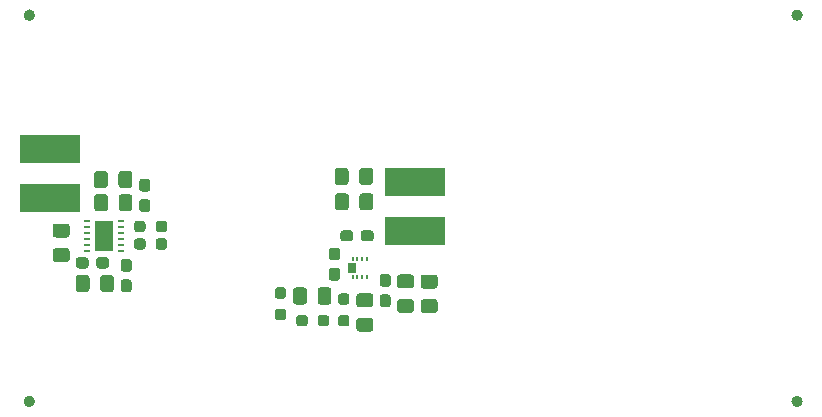
<source format=gtp>
G04 #@! TF.GenerationSoftware,KiCad,Pcbnew,(5.1.6-0-10_14)*
G04 #@! TF.CreationDate,2021-08-31T13:45:45+09:00*
G04 #@! TF.ProjectId,qPCR-panel_v_20210831,71504352-2d70-4616-9e65-6c5f765f3230,rev?*
G04 #@! TF.SameCoordinates,Original*
G04 #@! TF.FileFunction,Paste,Top*
G04 #@! TF.FilePolarity,Positive*
%FSLAX46Y46*%
G04 Gerber Fmt 4.6, Leading zero omitted, Abs format (unit mm)*
G04 Created by KiCad (PCBNEW (5.1.6-0-10_14)) date 2021-08-31 13:45:45*
%MOMM*%
%LPD*%
G01*
G04 APERTURE LIST*
%ADD10C,0.475000*%
%ADD11R,0.254000X0.457200*%
%ADD12R,0.711200X0.838200*%
%ADD13R,5.100000X2.350000*%
%ADD14R,1.500000X2.500000*%
%ADD15R,0.499999X0.249999*%
G04 APERTURE END LIST*
D10*
X110237500Y-57900000D02*
G75*
G03*
X110237500Y-57900000I-237500J0D01*
G01*
X175237500Y-57900000D02*
G75*
G03*
X175237500Y-57900000I-237500J0D01*
G01*
X110237500Y-90600000D02*
G75*
G03*
X110237500Y-90600000I-237500J0D01*
G01*
X175237500Y-90600000D02*
G75*
G03*
X175237500Y-90600000I-237500J0D01*
G01*
D11*
G04 #@! TO.C,U1*
X138569999Y-78535000D03*
X138170000Y-78535000D03*
X137770000Y-78535000D03*
X137370001Y-78535000D03*
X137370001Y-80085000D03*
X137770000Y-80085000D03*
X138170000Y-80085000D03*
X138569999Y-80085000D03*
D12*
X137322000Y-79310000D03*
G04 #@! TD*
G04 #@! TO.C,C8*
G36*
G01*
X135855000Y-72025000D02*
X135855000Y-71075000D01*
G75*
G02*
X136105000Y-70825000I250000J0D01*
G01*
X136780000Y-70825000D01*
G75*
G02*
X137030000Y-71075000I0J-250000D01*
G01*
X137030000Y-72025000D01*
G75*
G02*
X136780000Y-72275000I-250000J0D01*
G01*
X136105000Y-72275000D01*
G75*
G02*
X135855000Y-72025000I0J250000D01*
G01*
G37*
G36*
G01*
X137930000Y-72025000D02*
X137930000Y-71075000D01*
G75*
G02*
X138180000Y-70825000I250000J0D01*
G01*
X138855000Y-70825000D01*
G75*
G02*
X139105000Y-71075000I0J-250000D01*
G01*
X139105000Y-72025000D01*
G75*
G02*
X138855000Y-72275000I-250000J0D01*
G01*
X138180000Y-72275000D01*
G75*
G02*
X137930000Y-72025000I0J250000D01*
G01*
G37*
G04 #@! TD*
G04 #@! TO.C,C1*
G36*
G01*
X135592500Y-79295000D02*
X136067500Y-79295000D01*
G75*
G02*
X136305000Y-79532500I0J-237500D01*
G01*
X136305000Y-80132500D01*
G75*
G02*
X136067500Y-80370000I-237500J0D01*
G01*
X135592500Y-80370000D01*
G75*
G02*
X135355000Y-80132500I0J237500D01*
G01*
X135355000Y-79532500D01*
G75*
G02*
X135592500Y-79295000I237500J0D01*
G01*
G37*
G36*
G01*
X135592500Y-77570000D02*
X136067500Y-77570000D01*
G75*
G02*
X136305000Y-77807500I0J-237500D01*
G01*
X136305000Y-78407500D01*
G75*
G02*
X136067500Y-78645000I-237500J0D01*
G01*
X135592500Y-78645000D01*
G75*
G02*
X135355000Y-78407500I0J237500D01*
G01*
X135355000Y-77807500D01*
G75*
G02*
X135592500Y-77570000I237500J0D01*
G01*
G37*
G04 #@! TD*
G04 #@! TO.C,C2*
G36*
G01*
X138875000Y-82620000D02*
X137925000Y-82620000D01*
G75*
G02*
X137675000Y-82370000I0J250000D01*
G01*
X137675000Y-81695000D01*
G75*
G02*
X137925000Y-81445000I250000J0D01*
G01*
X138875000Y-81445000D01*
G75*
G02*
X139125000Y-81695000I0J-250000D01*
G01*
X139125000Y-82370000D01*
G75*
G02*
X138875000Y-82620000I-250000J0D01*
G01*
G37*
G36*
G01*
X138875000Y-84695000D02*
X137925000Y-84695000D01*
G75*
G02*
X137675000Y-84445000I0J250000D01*
G01*
X137675000Y-83770000D01*
G75*
G02*
X137925000Y-83520000I250000J0D01*
G01*
X138875000Y-83520000D01*
G75*
G02*
X139125000Y-83770000I0J-250000D01*
G01*
X139125000Y-84445000D01*
G75*
G02*
X138875000Y-84695000I-250000J0D01*
G01*
G37*
G04 #@! TD*
G04 #@! TO.C,C3*
G36*
G01*
X140367500Y-82620000D02*
X139892500Y-82620000D01*
G75*
G02*
X139655000Y-82382500I0J237500D01*
G01*
X139655000Y-81782500D01*
G75*
G02*
X139892500Y-81545000I237500J0D01*
G01*
X140367500Y-81545000D01*
G75*
G02*
X140605000Y-81782500I0J-237500D01*
G01*
X140605000Y-82382500D01*
G75*
G02*
X140367500Y-82620000I-237500J0D01*
G01*
G37*
G36*
G01*
X140367500Y-80895000D02*
X139892500Y-80895000D01*
G75*
G02*
X139655000Y-80657500I0J237500D01*
G01*
X139655000Y-80057500D01*
G75*
G02*
X139892500Y-79820000I237500J0D01*
G01*
X140367500Y-79820000D01*
G75*
G02*
X140605000Y-80057500I0J-237500D01*
G01*
X140605000Y-80657500D01*
G75*
G02*
X140367500Y-80895000I-237500J0D01*
G01*
G37*
G04 #@! TD*
G04 #@! TO.C,C4*
G36*
G01*
X136340000Y-76817500D02*
X136340000Y-76342500D01*
G75*
G02*
X136577500Y-76105000I237500J0D01*
G01*
X137177500Y-76105000D01*
G75*
G02*
X137415000Y-76342500I0J-237500D01*
G01*
X137415000Y-76817500D01*
G75*
G02*
X137177500Y-77055000I-237500J0D01*
G01*
X136577500Y-77055000D01*
G75*
G02*
X136340000Y-76817500I0J237500D01*
G01*
G37*
G36*
G01*
X138065000Y-76817500D02*
X138065000Y-76342500D01*
G75*
G02*
X138302500Y-76105000I237500J0D01*
G01*
X138902500Y-76105000D01*
G75*
G02*
X139140000Y-76342500I0J-237500D01*
G01*
X139140000Y-76817500D01*
G75*
G02*
X138902500Y-77055000I-237500J0D01*
G01*
X138302500Y-77055000D01*
G75*
G02*
X138065000Y-76817500I0J237500D01*
G01*
G37*
G04 #@! TD*
G04 #@! TO.C,C5*
G36*
G01*
X142325000Y-83095000D02*
X141375000Y-83095000D01*
G75*
G02*
X141125000Y-82845000I0J250000D01*
G01*
X141125000Y-82170000D01*
G75*
G02*
X141375000Y-81920000I250000J0D01*
G01*
X142325000Y-81920000D01*
G75*
G02*
X142575000Y-82170000I0J-250000D01*
G01*
X142575000Y-82845000D01*
G75*
G02*
X142325000Y-83095000I-250000J0D01*
G01*
G37*
G36*
G01*
X142325000Y-81020000D02*
X141375000Y-81020000D01*
G75*
G02*
X141125000Y-80770000I0J250000D01*
G01*
X141125000Y-80095000D01*
G75*
G02*
X141375000Y-79845000I250000J0D01*
G01*
X142325000Y-79845000D01*
G75*
G02*
X142575000Y-80095000I0J-250000D01*
G01*
X142575000Y-80770000D01*
G75*
G02*
X142325000Y-81020000I-250000J0D01*
G01*
G37*
G04 #@! TD*
G04 #@! TO.C,C6*
G36*
G01*
X144325000Y-81040000D02*
X143375000Y-81040000D01*
G75*
G02*
X143125000Y-80790000I0J250000D01*
G01*
X143125000Y-80115000D01*
G75*
G02*
X143375000Y-79865000I250000J0D01*
G01*
X144325000Y-79865000D01*
G75*
G02*
X144575000Y-80115000I0J-250000D01*
G01*
X144575000Y-80790000D01*
G75*
G02*
X144325000Y-81040000I-250000J0D01*
G01*
G37*
G36*
G01*
X144325000Y-83115000D02*
X143375000Y-83115000D01*
G75*
G02*
X143125000Y-82865000I0J250000D01*
G01*
X143125000Y-82190000D01*
G75*
G02*
X143375000Y-81940000I250000J0D01*
G01*
X144325000Y-81940000D01*
G75*
G02*
X144575000Y-82190000I0J-250000D01*
G01*
X144575000Y-82865000D01*
G75*
G02*
X144325000Y-83115000I-250000J0D01*
G01*
G37*
G04 #@! TD*
G04 #@! TO.C,C7*
G36*
G01*
X135575000Y-81195000D02*
X135575000Y-82145000D01*
G75*
G02*
X135325000Y-82395000I-250000J0D01*
G01*
X134650000Y-82395000D01*
G75*
G02*
X134400000Y-82145000I0J250000D01*
G01*
X134400000Y-81195000D01*
G75*
G02*
X134650000Y-80945000I250000J0D01*
G01*
X135325000Y-80945000D01*
G75*
G02*
X135575000Y-81195000I0J-250000D01*
G01*
G37*
G36*
G01*
X133500000Y-81195000D02*
X133500000Y-82145000D01*
G75*
G02*
X133250000Y-82395000I-250000J0D01*
G01*
X132575000Y-82395000D01*
G75*
G02*
X132325000Y-82145000I0J250000D01*
G01*
X132325000Y-81195000D01*
G75*
G02*
X132575000Y-80945000I250000J0D01*
G01*
X133250000Y-80945000D01*
G75*
G02*
X133500000Y-81195000I0J-250000D01*
G01*
G37*
G04 #@! TD*
G04 #@! TO.C,C9*
G36*
G01*
X137950000Y-74175000D02*
X137950000Y-73225000D01*
G75*
G02*
X138200000Y-72975000I250000J0D01*
G01*
X138875000Y-72975000D01*
G75*
G02*
X139125000Y-73225000I0J-250000D01*
G01*
X139125000Y-74175000D01*
G75*
G02*
X138875000Y-74425000I-250000J0D01*
G01*
X138200000Y-74425000D01*
G75*
G02*
X137950000Y-74175000I0J250000D01*
G01*
G37*
G36*
G01*
X135875000Y-74175000D02*
X135875000Y-73225000D01*
G75*
G02*
X136125000Y-72975000I250000J0D01*
G01*
X136800000Y-72975000D01*
G75*
G02*
X137050000Y-73225000I0J-250000D01*
G01*
X137050000Y-74175000D01*
G75*
G02*
X136800000Y-74425000I-250000J0D01*
G01*
X136125000Y-74425000D01*
G75*
G02*
X135875000Y-74175000I0J250000D01*
G01*
G37*
G04 #@! TD*
D13*
G04 #@! TO.C,L1*
X142640000Y-76155000D03*
X142640000Y-72005000D03*
G04 #@! TD*
G04 #@! TO.C,R1*
G36*
G01*
X131022500Y-80940000D02*
X131497500Y-80940000D01*
G75*
G02*
X131735000Y-81177500I0J-237500D01*
G01*
X131735000Y-81677500D01*
G75*
G02*
X131497500Y-81915000I-237500J0D01*
G01*
X131022500Y-81915000D01*
G75*
G02*
X130785000Y-81677500I0J237500D01*
G01*
X130785000Y-81177500D01*
G75*
G02*
X131022500Y-80940000I237500J0D01*
G01*
G37*
G36*
G01*
X131022500Y-82765000D02*
X131497500Y-82765000D01*
G75*
G02*
X131735000Y-83002500I0J-237500D01*
G01*
X131735000Y-83502500D01*
G75*
G02*
X131497500Y-83740000I-237500J0D01*
G01*
X131022500Y-83740000D01*
G75*
G02*
X130785000Y-83502500I0J237500D01*
G01*
X130785000Y-83002500D01*
G75*
G02*
X131022500Y-82765000I237500J0D01*
G01*
G37*
G04 #@! TD*
G04 #@! TO.C,R2*
G36*
G01*
X132590000Y-83997500D02*
X132590000Y-83522500D01*
G75*
G02*
X132827500Y-83285000I237500J0D01*
G01*
X133327500Y-83285000D01*
G75*
G02*
X133565000Y-83522500I0J-237500D01*
G01*
X133565000Y-83997500D01*
G75*
G02*
X133327500Y-84235000I-237500J0D01*
G01*
X132827500Y-84235000D01*
G75*
G02*
X132590000Y-83997500I0J237500D01*
G01*
G37*
G36*
G01*
X134415000Y-83997500D02*
X134415000Y-83522500D01*
G75*
G02*
X134652500Y-83285000I237500J0D01*
G01*
X135152500Y-83285000D01*
G75*
G02*
X135390000Y-83522500I0J-237500D01*
G01*
X135390000Y-83997500D01*
G75*
G02*
X135152500Y-84235000I-237500J0D01*
G01*
X134652500Y-84235000D01*
G75*
G02*
X134415000Y-83997500I0J237500D01*
G01*
G37*
G04 #@! TD*
G04 #@! TO.C,R3*
G36*
G01*
X136382500Y-83275000D02*
X136857500Y-83275000D01*
G75*
G02*
X137095000Y-83512500I0J-237500D01*
G01*
X137095000Y-84012500D01*
G75*
G02*
X136857500Y-84250000I-237500J0D01*
G01*
X136382500Y-84250000D01*
G75*
G02*
X136145000Y-84012500I0J237500D01*
G01*
X136145000Y-83512500D01*
G75*
G02*
X136382500Y-83275000I237500J0D01*
G01*
G37*
G36*
G01*
X136382500Y-81450000D02*
X136857500Y-81450000D01*
G75*
G02*
X137095000Y-81687500I0J-237500D01*
G01*
X137095000Y-82187500D01*
G75*
G02*
X136857500Y-82425000I-237500J0D01*
G01*
X136382500Y-82425000D01*
G75*
G02*
X136145000Y-82187500I0J237500D01*
G01*
X136145000Y-81687500D01*
G75*
G02*
X136382500Y-81450000I237500J0D01*
G01*
G37*
G04 #@! TD*
G04 #@! TO.C,C1*
G36*
G01*
X113920000Y-81095000D02*
X113920000Y-80145000D01*
G75*
G02*
X114170000Y-79895000I250000J0D01*
G01*
X114845000Y-79895000D01*
G75*
G02*
X115095000Y-80145000I0J-250000D01*
G01*
X115095000Y-81095000D01*
G75*
G02*
X114845000Y-81345000I-250000J0D01*
G01*
X114170000Y-81345000D01*
G75*
G02*
X113920000Y-81095000I0J250000D01*
G01*
G37*
G36*
G01*
X115995000Y-81095000D02*
X115995000Y-80145000D01*
G75*
G02*
X116245000Y-79895000I250000J0D01*
G01*
X116920000Y-79895000D01*
G75*
G02*
X117170000Y-80145000I0J-250000D01*
G01*
X117170000Y-81095000D01*
G75*
G02*
X116920000Y-81345000I-250000J0D01*
G01*
X116245000Y-81345000D01*
G75*
G02*
X115995000Y-81095000I0J250000D01*
G01*
G37*
G04 #@! TD*
G04 #@! TO.C,C2*
G36*
G01*
X120012500Y-72825000D02*
X119537500Y-72825000D01*
G75*
G02*
X119300000Y-72587500I0J237500D01*
G01*
X119300000Y-71987500D01*
G75*
G02*
X119537500Y-71750000I237500J0D01*
G01*
X120012500Y-71750000D01*
G75*
G02*
X120250000Y-71987500I0J-237500D01*
G01*
X120250000Y-72587500D01*
G75*
G02*
X120012500Y-72825000I-237500J0D01*
G01*
G37*
G36*
G01*
X120012500Y-74550000D02*
X119537500Y-74550000D01*
G75*
G02*
X119300000Y-74312500I0J237500D01*
G01*
X119300000Y-73712500D01*
G75*
G02*
X119537500Y-73475000I237500J0D01*
G01*
X120012500Y-73475000D01*
G75*
G02*
X120250000Y-73712500I0J-237500D01*
G01*
X120250000Y-74312500D01*
G75*
G02*
X120012500Y-74550000I-237500J0D01*
G01*
G37*
G04 #@! TD*
G04 #@! TO.C,C3*
G36*
G01*
X113935000Y-79107500D02*
X113935000Y-78632500D01*
G75*
G02*
X114172500Y-78395000I237500J0D01*
G01*
X114772500Y-78395000D01*
G75*
G02*
X115010000Y-78632500I0J-237500D01*
G01*
X115010000Y-79107500D01*
G75*
G02*
X114772500Y-79345000I-237500J0D01*
G01*
X114172500Y-79345000D01*
G75*
G02*
X113935000Y-79107500I0J237500D01*
G01*
G37*
G36*
G01*
X115660000Y-79107500D02*
X115660000Y-78632500D01*
G75*
G02*
X115897500Y-78395000I237500J0D01*
G01*
X116497500Y-78395000D01*
G75*
G02*
X116735000Y-78632500I0J-237500D01*
G01*
X116735000Y-79107500D01*
G75*
G02*
X116497500Y-79345000I-237500J0D01*
G01*
X115897500Y-79345000D01*
G75*
G02*
X115660000Y-79107500I0J237500D01*
G01*
G37*
G04 #@! TD*
G04 #@! TO.C,C4*
G36*
G01*
X117957500Y-78550000D02*
X118432500Y-78550000D01*
G75*
G02*
X118670000Y-78787500I0J-237500D01*
G01*
X118670000Y-79387500D01*
G75*
G02*
X118432500Y-79625000I-237500J0D01*
G01*
X117957500Y-79625000D01*
G75*
G02*
X117720000Y-79387500I0J237500D01*
G01*
X117720000Y-78787500D01*
G75*
G02*
X117957500Y-78550000I237500J0D01*
G01*
G37*
G36*
G01*
X117957500Y-80275000D02*
X118432500Y-80275000D01*
G75*
G02*
X118670000Y-80512500I0J-237500D01*
G01*
X118670000Y-81112500D01*
G75*
G02*
X118432500Y-81350000I-237500J0D01*
G01*
X117957500Y-81350000D01*
G75*
G02*
X117720000Y-81112500I0J237500D01*
G01*
X117720000Y-80512500D01*
G75*
G02*
X117957500Y-80275000I237500J0D01*
G01*
G37*
G04 #@! TD*
G04 #@! TO.C,C5*
G36*
G01*
X113170000Y-78795000D02*
X112220000Y-78795000D01*
G75*
G02*
X111970000Y-78545000I0J250000D01*
G01*
X111970000Y-77870000D01*
G75*
G02*
X112220000Y-77620000I250000J0D01*
G01*
X113170000Y-77620000D01*
G75*
G02*
X113420000Y-77870000I0J-250000D01*
G01*
X113420000Y-78545000D01*
G75*
G02*
X113170000Y-78795000I-250000J0D01*
G01*
G37*
G36*
G01*
X113170000Y-76720000D02*
X112220000Y-76720000D01*
G75*
G02*
X111970000Y-76470000I0J250000D01*
G01*
X111970000Y-75795000D01*
G75*
G02*
X112220000Y-75545000I250000J0D01*
G01*
X113170000Y-75545000D01*
G75*
G02*
X113420000Y-75795000I0J-250000D01*
G01*
X113420000Y-76470000D01*
G75*
G02*
X113170000Y-76720000I-250000J0D01*
G01*
G37*
G04 #@! TD*
G04 #@! TO.C,C6*
G36*
G01*
X117560001Y-74250001D02*
X117560001Y-73300001D01*
G75*
G02*
X117810001Y-73050001I250000J0D01*
G01*
X118485001Y-73050001D01*
G75*
G02*
X118735001Y-73300001I0J-250000D01*
G01*
X118735001Y-74250001D01*
G75*
G02*
X118485001Y-74500001I-250000J0D01*
G01*
X117810001Y-74500001D01*
G75*
G02*
X117560001Y-74250001I0J250000D01*
G01*
G37*
G36*
G01*
X115485001Y-74250001D02*
X115485001Y-73300001D01*
G75*
G02*
X115735001Y-73050001I250000J0D01*
G01*
X116410001Y-73050001D01*
G75*
G02*
X116660001Y-73300001I0J-250000D01*
G01*
X116660001Y-74250001D01*
G75*
G02*
X116410001Y-74500001I-250000J0D01*
G01*
X115735001Y-74500001D01*
G75*
G02*
X115485001Y-74250001I0J250000D01*
G01*
G37*
G04 #@! TD*
G04 #@! TO.C,C7*
G36*
G01*
X117545000Y-72285000D02*
X117545000Y-71335000D01*
G75*
G02*
X117795000Y-71085000I250000J0D01*
G01*
X118470000Y-71085000D01*
G75*
G02*
X118720000Y-71335000I0J-250000D01*
G01*
X118720000Y-72285000D01*
G75*
G02*
X118470000Y-72535000I-250000J0D01*
G01*
X117795000Y-72535000D01*
G75*
G02*
X117545000Y-72285000I0J250000D01*
G01*
G37*
G36*
G01*
X115470000Y-72285000D02*
X115470000Y-71335000D01*
G75*
G02*
X115720000Y-71085000I250000J0D01*
G01*
X116395000Y-71085000D01*
G75*
G02*
X116645000Y-71335000I0J-250000D01*
G01*
X116645000Y-72285000D01*
G75*
G02*
X116395000Y-72535000I-250000J0D01*
G01*
X115720000Y-72535000D01*
G75*
G02*
X115470000Y-72285000I0J250000D01*
G01*
G37*
G04 #@! TD*
G04 #@! TO.C,L1*
X111725000Y-69255000D03*
X111725000Y-73405000D03*
G04 #@! TD*
G04 #@! TO.C,R1*
G36*
G01*
X118865000Y-77507500D02*
X118865000Y-77032500D01*
G75*
G02*
X119102500Y-76795000I237500J0D01*
G01*
X119602500Y-76795000D01*
G75*
G02*
X119840000Y-77032500I0J-237500D01*
G01*
X119840000Y-77507500D01*
G75*
G02*
X119602500Y-77745000I-237500J0D01*
G01*
X119102500Y-77745000D01*
G75*
G02*
X118865000Y-77507500I0J237500D01*
G01*
G37*
G36*
G01*
X120690000Y-77507500D02*
X120690000Y-77032500D01*
G75*
G02*
X120927500Y-76795000I237500J0D01*
G01*
X121427500Y-76795000D01*
G75*
G02*
X121665000Y-77032500I0J-237500D01*
G01*
X121665000Y-77507500D01*
G75*
G02*
X121427500Y-77745000I-237500J0D01*
G01*
X120927500Y-77745000D01*
G75*
G02*
X120690000Y-77507500I0J237500D01*
G01*
G37*
G04 #@! TD*
G04 #@! TO.C,R2*
G36*
G01*
X120690000Y-76027500D02*
X120690000Y-75552500D01*
G75*
G02*
X120927500Y-75315000I237500J0D01*
G01*
X121427500Y-75315000D01*
G75*
G02*
X121665000Y-75552500I0J-237500D01*
G01*
X121665000Y-76027500D01*
G75*
G02*
X121427500Y-76265000I-237500J0D01*
G01*
X120927500Y-76265000D01*
G75*
G02*
X120690000Y-76027500I0J237500D01*
G01*
G37*
G36*
G01*
X118865000Y-76027500D02*
X118865000Y-75552500D01*
G75*
G02*
X119102500Y-75315000I237500J0D01*
G01*
X119602500Y-75315000D01*
G75*
G02*
X119840000Y-75552500I0J-237500D01*
G01*
X119840000Y-76027500D01*
G75*
G02*
X119602500Y-76265000I-237500J0D01*
G01*
X119102500Y-76265000D01*
G75*
G02*
X118865000Y-76027500I0J237500D01*
G01*
G37*
G04 #@! TD*
D14*
G04 #@! TO.C,U1*
X116315000Y-76590000D03*
D15*
X114865000Y-77840000D03*
X114865000Y-77340001D03*
X114865000Y-76840000D03*
X114865000Y-76340000D03*
X114865000Y-75839999D03*
X114865000Y-75340000D03*
X117765000Y-75340000D03*
X117765000Y-75839999D03*
X117765000Y-76340000D03*
X117765000Y-76840000D03*
X117765000Y-77340001D03*
X117765000Y-77840000D03*
G04 #@! TD*
M02*

</source>
